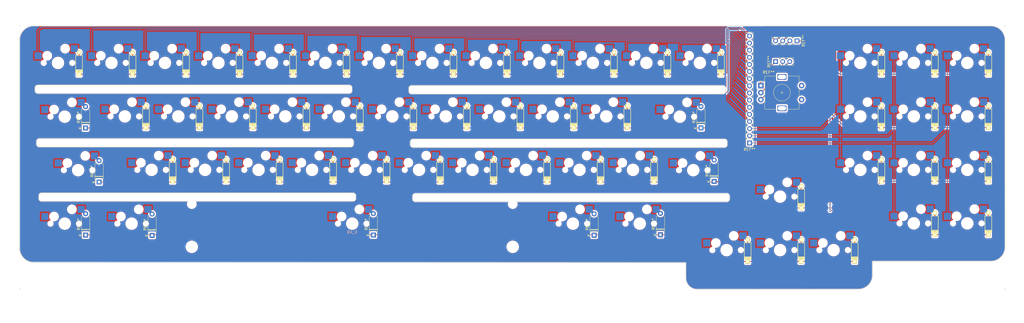
<source format=kicad_pcb>
(kicad_pcb (version 20221018) (generator pcbnew)
  (layers (0 "F.Cu" signal) (31 "B.Cu" signal) (34 "B.Paste" user) (35 "F.Paste" user) (36 "B.SilkS" user "B.Silkscreen") (37 "F.SilkS" user "F.Silkscreen") (38 "B.Mask" user) (39 "F.Mask" user) (44 "Edge.Cuts" user))
  (net 0 "")
  (footprint "MX_Alps_Hybrid-master:hotswap with diode" (layer "F.Cu") (at 436.9725 217.66)
    (fp_text reference "K_52")
    (fp_text value "KEYSW")
  )
  (footprint "MX_Alps_Hybrid-master:MXOnly-1.75U-Hotswap" (layer "F.Cu") (at 353.778 179.28)
    (fp_text reference "K_27")
    (fp_text value "KEYSW")
  )
  (footprint "MX_Alps_Hybrid-master:hotswap with diode" (layer "F.Cu") (at 456.0225 217.66)
    (fp_text reference "K_53")
    (fp_text value "KEYSW")
  )
  (footprint "MX_Alps_Hybrid-master:hotswap with diode" (layer "F.Cu") (at 341.7225 160.51)
    (fp_text reference "K_11")
    (fp_text value "KEYSW")
  )
  (footprint "MX_Alps_Hybrid-master:MXOnly-1.25U-Hotswap" (layer "F.Cu") (at 358.5405 198.33)
    (fp_text reference "K_42")
    (fp_text value "KEYSW")
  )
  (footprint "MX_Alps_Hybrid-master:hotswap with diode" (layer "F.Cu") (at 270.285 179.56)
    (fp_text reference "K_23")
    (fp_text value "KEYSW")
  )
  (footprint "MX_Alps_Hybrid-master:hotswap with diode" (layer "F.Cu") (at 327.435 179.56)
    (fp_text reference "K_26")
    (fp_text value "KEYSW")
  )
  (footprint "Rotary_Encoder:RotaryEncoder_Alps_EC11E-Switch_Vertical_H20mm" (layer "F.Cu") (at 382.62 168.21)
    (fp_text reference "REF**")
    (fp_text value "RotaryEncoder_Alps_EC11E-Switch_Vertical_H20mm")
  )
  (footprint "MX_Alps_Hybrid-master:hotswap with diode" (layer "F.Cu") (at 436.9725 179.56)
    (fp_text reference "K_29")
    (fp_text value "KEYSW")
  )
  (footprint "MX_Alps_Hybrid-master:hotswap with diode" (layer "F.Cu") (at 165.51 198.61)
    (fp_text reference "K_32")
    (fp_text value "KEYSW")
  )
  (footprint "Diode_THT:D_A-405_P7.62mm_Horizontal" (layer "F.Cu") (at 142.14 221.45 90)
    (fp_text reference "REF**")
    (fp_text value "D_A-405_P7.62mm_Horizontal")
  )
  (footprint "MX_Alps_Hybrid-master:hotswap with diode" (layer "F.Cu") (at 436.9725 160.51)
    (fp_text reference "K_14")
    (fp_text value "KEYSW")
  )
  (footprint "MX_Alps_Hybrid-master:hotswap with diode" (layer "F.Cu") (at 317.91 198.61)
    (fp_text reference "K_40")
    (fp_text value "KEYSW")
  )
  (footprint "MX_Alps_Hybrid-master:hotswap with diode" (layer "F.Cu") (at 417.9225 160.51)
    (fp_text reference "K_13")
    (fp_text value "KEYSW")
  )
  (footprint "MX_Alps_Hybrid-master:hotswap with diode" (layer "F.Cu") (at 241.71 198.61)
    (fp_text reference "K_36")
    (fp_text value "KEYSW")
  )
  (footprint "MX_Alps_Hybrid-master:hotswap with diode" (layer "F.Cu") (at 251.235 179.56)
    (fp_text reference "K_22")
    (fp_text value "KEYSW")
  )
  (footprint "MX_Alps_Hybrid-master:hotswap with diode" (layer "F.Cu") (at 456.0225 160.51)
    (fp_text reference "K_15")
    (fp_text value "KEYSW")
  )
  (footprint "MX_Alps_Hybrid-master:hotswap with diode" (layer "F.Cu") (at 322.6725 160.51)
    (fp_text reference "K_10")
    (fp_text value "KEYSW")
  )
  (footprint "MX_Alps_Hybrid-master:hotswap with diode" (layer "F.Cu") (at 184.56 198.61)
    (fp_text reference "K_33")
    (fp_text value "KEYSW")
  )
  (footprint "MX_Alps_Hybrid-master:hotswap with diode" (layer "F.Cu") (at 436.9725 198.61)
    (fp_text reference "K_44")
    (fp_text value "KEYSW")
  )
  (footprint "MX_Alps_Hybrid-master:hotswap with diode" (layer "F.Cu") (at 260.76 198.61)
    (fp_text reference "K_37")
    (fp_text value "KEYSW")
  )
  (footprint "MX_Alps_Hybrid-master:hotswap with diode" (layer "F.Cu") (at 208.3725 160.51)
    (fp_text reference "K_4")
    (fp_text value "KEYSW")
  )
  (footprint "MX_Alps_Hybrid-master:hotswap with diode" (layer "F.Cu") (at 336.96 198.61)
    (fp_text reference "K_41")
    (fp_text value "KEYSW")
  )
  (footprint "Diode_THT:D_A-405_P7.62mm_Horizontal" (layer "F.Cu") (at 142.12 183.32 90)
    (fp_text reference "REF**")
    (fp_text value "D_A-405_P7.62mm_Horizontal")
  )
  (footprint "MX_Alps_Hybrid-master:MXOnly-1.25U-Hotswap" (layer "F.Cu") (at 339.4905 217.38)
    (fp_text reference "K_51")
    (fp_text value "KEYSW")
  )
  (footprint "MX_Only:MXOnly-7U-Hotswap" (layer "F.Cu") (at 237.09675 217.38)
    (fp_text reference "K_49")
    (fp_text value "KEYSW")
  )
  (footprint "MX_Alps_Hybrid-master:hotswap with diode" (layer "F.Cu") (at 303.6225 160.51)
    (fp_text reference "K_9")
    (fp_text value "KEYSW")
  )
  (footprint "Connector_PinHeader_2.54mm:PinHeader_1x16_P2.54mm_Vertical" (layer "F.Cu") (at 378.59 188.64 180)
    (fp_text reference "REF**")
    (fp_text value "PinHeader_1x16_P2.54mm_Vertical")
  )
  (footprint "MX_Alps_Hybrid-master:MXOnly-1.25U-Hotswap" (layer "F.Cu") (at 134.703 179.28)
    (fp_text reference "K_16")
    (fp_text value "KEYSW")
  )
  (footprint "MX_Alps_Hybrid-master:hotswap with diode" (layer "F.Cu") (at 298.86 198.61)
    (fp_text reference "K_39")
    (fp_text value "KEYSW")
  )
  (footprint "Diode_THT:D_A-405_P7.62mm_Horizontal" (layer "F.Cu") (at 323.23 221.5 90)
    (fp_text reference "REF**")
    (fp_text value "D_A-405_P7.62mm_Horizontal")
  )
  (footprint "MX_Alps_Hybrid-master:hotswap with diode" (layer "F.Cu") (at 389.3475 227.185)
    (fp_text reference "K_55")
    (fp_text value "KEYSW")
  )
  (footprint "MX_Alps_Hybrid-master:hotswap with diode" (layer "F.Cu") (at 232.185 179.56)
    (fp_text reference "K_21")
    (fp_text value "KEYSW")
  )
  (footprint "MX_Alps_Hybrid-master:hotswap with diode" (layer "F.Cu") (at 227.4225 160.51)
    (fp_text reference "K_5")
    (fp_text value "KEYSW")
  )
  (footprint "MX_Alps_Hybrid-master:hotswap with diode" (layer "F.Cu") (at 408.3975 227.185)
    (fp_text reference "K_56")
    (fp_text value "KEYSW")
  )
  (footprint "MX_Alps_Hybrid-master:hotswap with diode" (layer "F.Cu") (at 132.1725 160.51)
    (fp_text reference "K_0")
    (fp_text value "KEYSW")
  )
  (footprint "Connector_PinHeader_2.54mm:PinHeader_1x04_P2.54mm_Vertical" (layer "F.Cu") (at 395.49 152.28 -90)
    (fp_text reference "REF**")
    (fp_text value "PinHeader_1x04_P2.54mm_Vertical")
  )
  (footprint "MX_Alps_Hybrid-master:hotswap with diode" (layer "F.Cu") (at 155.985 179.56)
    (fp_text reference "K_17")
    (fp_text value "KEYSW")
  )
  (footprint "MX_Alps_Hybrid-master:hotswap with diode" (layer "F.Cu") (at 289.335 179.56)
    (fp_text reference "K_24")
    (fp_text value "KEYSW")
  )
  (footprint "MX_Alps_Hybrid-master:hotswap with diode" (layer "F.Cu") (at 456.0225 179.56)
    (fp_text reference "K_30")
    (fp_text value "KEYSW")
  )
  (footprint "Diode_THT:D_A-405_P7.62mm_Horizontal" (layer "F.Cu") (at 346.85 221.34 90)
    (fp_text reference "REF**")
    (fp_text value "D_A-405_P7.62mm_Horizontal")
  )
  (footprint "MX_Alps_Hybrid-master:hotswap with diode" (layer "F.Cu") (at 279.81 198.61)
    (fp_text reference "K_38")
    (fp_text value "KEYSW")
  )
  (footprint "Diode_THT:D_A-405_P7.62mm_Horizontal" (layer "F.Cu") (at 146.93 202.55 90)
    (fp_text reference "REF**")
    (fp_text value "D_A-405_P7.62mm_Horizontal")
  )
  (footprint "MX_Alps_Hybrid-master:hotswap with diode" (layer "F.Cu") (at 175.035 179.56)
    (fp_text reference "K_18")
    (fp_text value "KEYSW")
  )
  (footprint "MX_Alps_Hybrid-master:hotswap with diode" (layer "F.Cu") (at 213.135 179.56)
    (fp_text reference "K_20")
    (fp_text value "KEYSW")
  )
  (footprint "MX_Alps_Hybrid-master:hotswap with diode" (layer "F.Cu") (at 151.2225 160.51)
    (fp_text reference "K_1")
    (fp_text value "KEYSW")
  )
  (footprint "MX_Alps_Hybrid-master:hotswap with diode" (layer "F.Cu") (at 308.385 179.56)
    (fp_text reference "K_25")
    (fp_text value "KEYSW")
  )
  (footprint "MX_Alps_Hybrid-master:hotswap with diode" (layer "F.Cu") (at 417.9225 179.56)
    (fp_text reference "K_28")
    (fp_text value "KEYSW")
  )
  (footprint "MX_Alps_Hybrid-master:hotswap with diode" (layer "F.Cu") (at 189.3225 160.51)
    (fp_text reference "K_3")
    (fp_text value "KEYSW")
  )
  (footprint "MX_Alps_Hybrid-master:hotswap with diode" (layer "F.Cu") (at 360.7725 160.51)
    (fp_text reference "K_12")
    (fp_text value "KEYSW")
  )
  (footprint "MX_Alps_Hybrid-master:MXOnly-1.25U-Hotswap" (layer "F.Cu") (at 134.703 217.38)
    (fp_text reference "K_47")
    (fp_text value "KEYSW")
  )
  (footprint "Diode_THT:D_A-405_P7.62mm_Horizontal" (layer "F.Cu") (at 361.29 183.3 90)
    (fp_text reference "REF**")
    (fp_text value "D_A-405_P7.62mm_Horizontal")
  )
  (footprint "MX_Alps_Hybrid-master:hotswap with diode" (layer "F.Cu") (at 417.9225 198.61)
    (fp_text reference "K_43")
    (fp_text value "KEYSW")
  )
  (footprint "MX_Alps_Hybrid-master:hotswap with diode" (layer "F.Cu") (at 456.0225 198.61)
    (fp_text reference "K_45")
    (fp_text value "KEYSW")
  )
  (footprint "MX_Alps_Hybrid-master:hotswap with diode" (layer "F.Cu") (at 203.61 198.61)
    (fp_text reference "K_34")
    (fp_text value "KEYSW")
  )
  (footprint "MX_Alps_Hybrid-master:MXOnly-1.25U-Hotswap" (layer "F.Cu") (at 315.678 217.38)
    (fp_text reference "K_50")
    (fp_text value "KEYSW")
  )
  (footprint "MX_Alps_Hybrid-master:hotswap with diode" (layer "F.Cu") (at 194.085 179.56)
    (fp_text reference "K_19")
    (fp_text value "KEYSW")
  )
  (footprint "Connector_PinHeader_2.54mm:PinHeader_1x03_P2.54mm_Vertical" (layer "F.Cu") (at 387.86 159.66 90)
    (fp_text reference "REF**")
    (fp_text value "PinHeader_1x03_P2.54mm_Vertical")
  )
  (footprint "Diode_THT:D_A-405_P7.62mm_Horizontal" (layer "F.Cu") (at 165.8 221.57 90)
    (fp_text reference "REF**")
    (fp_text value "D_A-405_P7.62mm_Horizontal")
  )
  (footprint "MX_Alps_Hybrid-master:hotswap with diode" (layer "F.Cu") (at 370.2975 227.185)
    (fp_text reference "K_54")
    (fp_text value "KEYSW")
  )
  (footprint "MX_Alps_Hybrid-master:hotswap with diode" (layer "F.Cu") (at 222.66 198.61)
    (fp_text reference "K_35")
    (fp_text value "KEYSW")
  )
  (footprint "Diode_THT:D_A-405_P7.62mm_Horizontal" (layer "F.Cu") (at 365.98 202.35 90)
    (fp_text reference "REF**")
    (fp_text value "D_A-405_P7.62mm_Horizontal")
  )
  (footprint "MX_Alps_Hybrid-master:MXOnly-1.25U-Hotswap" (layer "F.Cu") (at 158.5155 217.38)
    (fp_text reference "K_48")
    (fp_text value "KEYSW")
  )
  (footprint "MX_Alps_Hybrid-master:hotswap with diode" (layer "F.Cu") (at 265.5225 160.51)
    (fp_text reference "K_7")
    (fp_text value "KEYSW")
  )
  (footprint "MX_Alps_Hybrid-master:hotswap with diode" (layer "F.Cu") (at 389.3475 208.135)
    (fp_text reference "K_46")
    (fp_text value "KEYSW")
  )
  (footprint "MX_Alps_Hybrid-master:MXOnly-1.75U-Hotswap" (layer "F.Cu") (at 139.4655 198.33)
    (fp_text reference "K_31")
    (fp_text value "KEYSW")
  )
  (footprint "MX_Alps_Hybrid-master:hotswap with diode" (layer "F.Cu") (at 246.4725 160.51)
    (fp_text reference "K_6")
    (fp_text value "KEYSW")
  )
  (footprint "MX_Alps_Hybrid-master:hotswap with diode" (layer "F.Cu") (at 170.2725 160.51)
    (fp_text reference "K_2")
    (fp_text value "KEYSW")
  )
  (footprint "MX_Alps_Hybrid-master:hotswap with diode" (layer "F.Cu") (at 284.5725 160.51)
    (fp_text reference "K_8")
    (fp_text value "KEYSW")
  )
  (footprint "Diode_THT:D_A-405_P7.62mm_Horizontal" (layer "F.Cu") (at 244.61 221.43 90)
    (fp_text reference "REF**")
    (fp_text value "D_A-405_P7.62mm_Horizontal")
  )
  (gr_line (start 123.647323 231.122527) (end 350.942529 231.237473) (stroke (width 0.2)) (layer "Edge.Cuts"))
  (gr_arc (start 258.21 171.21) (mid 257.502893 170.917107) (end 257.21 170.21) (stroke (width 0.2)) (layer "Edge.Cuts"))
  (gr_line (start 259.55 206.58) (end 370.5 206.58) (stroke (width 0.2)) (layer "Edge.Cuts"))
  (gr_line (start 236.04 171.04) (end 125.09 171.04) (stroke (width 0.2)) (layer "Edge.Cuts"))
  (gr_arc (start 370.69 189.27) (mid 370.397107 189.977107) (end 369.69 190.27) (stroke (width 0.2)) (layer "Edge.Cuts"))
  (gr_line (start 118.649852 226.122677) (end 118.647649 151.985149) (stroke (width 0.2)) (layer "Edge.Cuts"))
  (gr_line (start 369.69 190.27) (end 258.74 190.27) (stroke (width 0.2)) (layer "Edge.Cuts"))
  (gr_arc (start 370.5 206.58) (mid 371.207107 206.872893) (end 371.5 207.58) (stroke (width 0.2)) (layer "Edge.Cuts"))
  (gr_line (start 236.57 190.1) (end 125.62 190.1) (stroke (width 0.2)) (layer "Edge.Cuts"))
  (gr_line (start 257.74 189.27) (end 257.74 188.23) (stroke (width 0.2)) (layer "Edge.Cuts"))
  (gr_arc (start 237.57 189.1) (mid 237.277107 189.807107) (end 236.57 190.1) (stroke (width 0.2)) (layer "Edge.Cuts"))
  (gr_line (start 370.69 188.23) (end 370.69 189.27) (stroke (width 0.2)) (layer "Edge.Cuts"))
  (gr_line (start 355.94 236.237472) (end 355.94 236.72759) (stroke (width 0.2)) (layer "Edge.Cuts"))
  (gr_arc (start 236.04 168) (mid 236.747107 168.292893) (end 237.04 169) (stroke (width 0.2)) (layer "Edge.Cuts"))
  (gr_line (start 258.55 208.62) (end 258.55 207.58) (stroke (width 0.2)) (layer "Edge.Cuts"))
  (gr_arc (start 118.6475 146.985) (mid 118.6475 146.985) (end 118.6475 146.985) (stroke (width 0.2)) (layer "Edge.Cuts"))
  (gr_line (start 422.34 230.74) (end 464.561372 230.722117) (stroke (width 0.2)) (layer "Edge.Cuts"))
  (gr_arc (start 464.548246 146.985) (mid 468.083486 148.449219) (end 469.548246 151.984254) (stroke (width 0.2)) (layer "Edge.Cuts"))
  (gr_line (start 237.04 169) (end 237.04 170.04) (stroke (width 0.2)) (layer "Edge.Cuts"))
  (gr_arc (start 258.74 190.27) (mid 258.032893 189.977107) (end 257.74 189.27) (stroke (width 0.2)) (layer "Edge.Cuts"))
  (gr_line (start 125.09 168) (end 236.04 168) (stroke (width 0.2)) (layer "Edge.Cuts"))
  (gr_arc (start 124.62 188.06) (mid 124.912893 187.352893) (end 125.62 187.06) (stroke (width 0.2)) (layer "Edge.Cuts"))
  (gr_line (start 238.38 207.41) (end 238.38 208.45) (stroke (width 0.2)) (layer "Edge.Cuts"))
  (gr_arc (start 371.5 208.62) (mid 371.207107 209.327107) (end 370.5 209.62) (stroke (width 0.2)) (layer "Edge.Cuts"))
  (gr_arc (start 257.74 188.23) (mid 258.032893 187.522893) (end 258.74 187.23) (stroke (width 0.2)) (layer "Edge.Cuts"))
  (gr_line (start 469.559254 225.721372) (end 469.548246 151.984254) (stroke (width 0.2)) (layer "Edge.Cuts"))
  (gr_line (start 355.94 236.237472) (end 355.94 231.24) (stroke (width 0.2)) (layer "Edge.Cuts"))
  (gr_line (start 258.74 187.23) (end 369.69 187.23) (stroke (width 0.2)) (layer "Edge.Cuts"))
  (gr_arc (start 369.16 168.17) (mid 369.867107 168.462893) (end 370.16 169.17) (stroke (width 0.2)) (layer "Edge.Cuts"))
  (gr_arc (start 259.55 209.62) (mid 258.842893 209.327107) (end 258.55 208.62) (stroke (width 0.2)) (layer "Edge.Cuts"))
  (gr_arc (start 258.55 207.58) (mid 258.842893 206.872893) (end 259.55 206.58) (stroke (width 0.2)) (layer "Edge.Cuts"))
  (gr_line (start 237.57 188.06) (end 237.57 189.1) (stroke (width 0.2)) (layer "Edge.Cuts"))
  (gr_line (start 350.942529 231.237473) (end 355.94 231.24) (stroke (width 0.2)) (layer "Edge.Cuts"))
  (gr_arc (start 237.38 206.41) (mid 238.087107 206.702893) (end 238.38 207.41) (stroke (width 0.2)) (layer "Edge.Cuts"))
  (gr_line (start 124.09 170.04) (end 124.09 169) (stroke (width 0.2)) (layer "Edge.Cuts"))
  (gr_arc (start 469.5475 146.985) (mid 469.5475 146.985) (end 469.5475 146.985) (stroke (width 0.2)) (layer "Edge.Cuts"))
  (gr_line (start 369.16 171.21) (end 258.21 171.21) (stroke (width 0.2)) (layer "Edge.Cuts"))
  (gr_arc (start 369.69 187.23) (mid 370.397107 187.522893) (end 370.69 188.23) (stroke (width 0.2)) (layer "Edge.Cuts"))
  (gr_arc (start 236.57 187.06) (mid 237.277107 187.352893) (end 237.57 188.06) (stroke (width 0.2)) (layer "Edge.Cuts"))
  (gr_arc (start 257.21 169.17) (mid 257.502893 168.462893) (end 258.21 168.17) (stroke (width 0.2)) (layer "Edge.Cuts"))
  (gr_arc (start 238.38 208.45) (mid 238.087107 209.157107) (end 237.38 209.45) (stroke (width 0.2)) (layer "Edge.Cuts"))
  (gr_arc (start 126.43 209.45) (mid 125.722893 209.157107) (end 125.43 208.45) (stroke (width 0.2)) (layer "Edge.Cuts"))
  (gr_line (start 359.94241 240.727589) (end 417.343012 240.69301) (stroke (width 0.2)) (layer "Edge.Cuts"))
  (gr_arc (start 125.43 207.41) (mid 125.722893 206.702893) (end 126.43 206.41) (stroke (width 0.2)) (layer "Edge.Cuts"))
  (gr_line (start 371.5 207.58) (end 371.5 208.62) (stroke (width 0.2)) (layer "Edge.Cuts"))
  (gr_line (start 370.5 209.62) (end 259.55 209.62) (stroke (width 0.2)) (layer "Edge.Cuts"))
  (gr_arc (start 469.5475 240.71) (mid 469.5475 240.71) (end 469.5475 240.71) (stroke (width 0.2)) (layer "Edge.Cuts"))
  (gr_arc (start 118.6475 240.71) (mid 118.6475 240.71) (end 118.6475 240.71) (stroke (width 0.2)) (layer "Edge.Cuts"))
  (gr_line (start 126.43 206.41) (end 237.38 206.41) (stroke (width 0.2)) (layer "Edge.Cuts"))
  (gr_line (start 237.38 209.45) (end 126.43 209.45) (stroke (width 0.2)) (layer "Edge.Cuts"))
  (gr_arc (start 118.647649 151.985149) (mid 120.112062 148.449519) (end 123.647649 146.985) (stroke (width 0.2)) (layer "Edge.Cuts"))
  (gr_line (start 125.62 187.06) (end 236.57 187.06) (stroke (width 0.2)) (layer "Edge.Cuts"))
  (gr_line (start 257.21 170.21) (end 257.21 169.17) (stroke (width 0.2)) (layer "Edge.Cuts"))
  (gr_line (start 370.16 169.17) (end 370.16 170.21) (stroke (width 0.2)) (layer "Edge.Cuts"))
  (gr_arc (start 359.94241 240.727589) (mid 357.112429 239.556868) (end 355.94 236.72759) (stroke (width 0.2)) (layer "Edge.Cuts"))
  (gr_arc (start 124.09 169) (mid 124.382893 168.292893) (end 125.09 168) (stroke (width 0.2)) (layer "Edge.Cuts"))
  (gr_line (start 123.647649 146.985) (end 464.548246 146.985) (stroke (width 0.2)) (layer "Edge.Cuts"))
  (gr_arc (start 469.559254 225.721372) (mid 468.0958 229.256639) (end 464.561372 230.722117) (stroke (width 0.2)) (layer "Edge.Cuts"))
  (gr_line (start 422.34 235.693011) (end 422.34 230.74) (stroke (width 0.2)) (layer "Edge.Cuts"))
  (gr_arc (start 237.04 170.04) (mid 236.747107 170.747107) (end 236.04 171.04) (stroke (width 0.2)) (layer "Edge.Cuts"))
  (gr_arc (start 422.34 235.693011) (mid 420.876599 239.22748) (end 417.343012 240.69301) (stroke (width 0.2)) (layer "Edge.Cuts"))
  (gr_arc (start 125.62 190.1) (mid 124.912893 189.807107) (end 124.62 189.1) (stroke (width 0.2)) (layer "Edge.Cuts"))
  (gr_line (start 124.62 189.1) (end 124.62 188.06) (stroke (width 0.2)) (layer "Edge.Cuts"))
  (gr_line (start 125.43 208.45) (end 125.43 207.41) (stroke (width 0.2)) (layer "Edge.Cuts"))
  (gr_arc (start 123.647323 231.122527) (mid 120.113498 229.657205) (end 118.649852 226.122677) (stroke (width 0.2)) (layer "Edge.Cuts"))
  (gr_arc (start 370.16 170.21) (mid 369.867107 170.917107) (end 369.16 171.21) (stroke (width 0.2)) (layer "Edge.Cuts"))
  (gr_arc (start 125.09 171.04) (mid 124.382893 170.747107) (end 124.09 170.04) (stroke (width 0.2)) (layer "Edge.Cuts"))
  (gr_line (start 258.21 168.17) (end 369.16 168.17) (stroke (width 0.2)) (layer "Edge.Cuts"))
  (segment (start 415.71 212.76) (end 417.96125 215.01125) (width 0.25) (layer "F.Cu") (net 0))
  (segment (start 353.04 221.34) (end 346.85 221.34) (width 0.25) (layer "F.Cu") (net 0))
  (segment (start 390.92 149.23) (end 387.87 152.28) (width 0.25) (layer "F.Cu") (net 0))
  (segment (start 362.63 183.3) (end 363.5 182.43) (width 0.2) (layer "F.Cu") (net 0))
  (segment (start 407.26 212.76) (end 415.71 212.76) (width 0.25) (layer "F.Cu") (net 0))
  (segment (start 390.4 161.1) (end 389.55 161.95) (width 0.25) (layer "F.Cu") (net 0))
  (segment (start 407.79 150.15) (end 392.54 150.15) (width 0.25) (layer "F.Cu") (net 0))
  (segment (start 361.29 183.3) (end 142.14 183.3) (width 0.2) (layer "F.Cu") (net 0))
  (segment (start 425.5425 183.21) (end 463.6425 183.21) (width 0.25) (layer "F.Cu") (net 0))
  (segment (start 396.9675 211.785) (end 416.0175 211.785) (width 0.2) (layer "F.Cu") (net 0))
  (segment (start 371.1 147.69) (end 383.28 147.69) (width 0.25) (layer "F.Cu") (net 0))
  (segment (start 371.44 148.15) (end 382.72 148.15) (width 0.2) (layer "F.Cu") (net 0))
  (segment (start 382.62 164.9) (end 387.86 159.66) (width 0.25) (layer "F.Cu") (net 0))
  (segment (start 425.5425 221.31) (end 444.5925 221.31) (width 0.25) (layer "F.Cu") (net 0))
  (segment (start 388.64 154.55) (end 390.68 154.55) (width 0.25) (layer "F.Cu") (net 0))
  (segment (start 407.24 210.63) (end 407.25 210.64) (width 0.25) (layer "F.Cu") (net 0))
  (segment (start 388.64 154.55) (end 380.59 162.6) (width 0.25) (layer "F.Cu") (net 0))
  (segment (start 382.62 173.21) (end 384.82 171.01) (width 0.25) (layer "F.Cu") (net 0))
  (segment (start 410.76 164.16) (end 409.32 162.72) (width 0.25) (layer "F.Cu") (net 0))
  (segment (start 384.29 164.29) (end 384.29 169.04) (width 0.25) (layer "F.Cu") (net 0))
  (segment (start 363.5 182.43) (end 363.5 173.37) (width 0.2) (layer "F.Cu") (net 0))
  (segment (start 416.0175 211.785) (end 425.5425 202.26) (width 0.2) (layer "F.Cu") (net 0))
  (segment (start 384.29 169.04) (end 382.62 170.71) (width 0.25) (layer "F.Cu") (net 0))
  (segment (start 365.46 171.41) (end 369.660723 171.41) (width 0.2) (layer "F.Cu") (net 0))
  (segment (start 376.515 211.785) (end 396.9675 211.785) (width 0.2) (layer "F.Cu") (net 0))
  (segment (start 377.9175 230.835) (end 362.535 230.835) (width 0.25) (layer "F.Cu") (net 0))
  (segment (start 444.5925 221.31) (end 463.6425 221.31) (width 0.25) (layer "F.Cu") (net 0))
  (segment (start 388.73 153.96) (end 390.41 152.28) (width 0.2) (layer "F.Cu") (net 0))
  (segment (start 368.3925 164.16) (end 370 164.16) (width 0.25) (layer "F.Cu") (net 0))
  (segment (start 139.7925 164.16) (end 368.3925 164.16) (width 0.25) (layer "F.Cu") (net 0))
  (segment (start 425.5425 164.16) (end 410.76 164.16) (width 0.25) (layer "F.Cu") (net 0))
  (segment (start 389.55 161.95) (end 386.63 161.95) (width 0.25) (layer "F.Cu") (net 0))
  (segment (start 383.28 147.69) (end 387.87 152.28) (width 0.25) (layer "F.Cu") (net 0))
  (segment (start 408.21 178.69) (end 408.21 150.57) (width 0.25) (layer "F.Cu") (net 0))
  (segment (start 406.79 152.28) (end 407.24 152.73) (width 0.25) (layer "F.Cu") (net 0))
  (segment (start 377.9175 230.835) (end 416.0175 230.835) (width 0.25) (layer "F.Cu") (net 0))
  (segment (start 385.65 153.43) (end 386.18 153.96) (width 0.2) (layer "F.Cu") (net 0))
  (segment (start 385.65 151.08) (end 385.65 153.43) (width 0.2) (layer "F.Cu") (net 0))
  (segment (start 384.82 171.01) (end 384.82 164.43) (width 0.25) (layer "F.Cu") (net 0))
  (segment (start 407.24 152.73) (end 407.24 210.63) (width 0.25) (layer "F.Cu") (net 0))
  (segment (start 408.64 149.23) (end 390.92 149.23) (width 0.25) (layer "F.Cu") (net 0))
  (segment (start 370 164.16) (end 370.5 163.66) (width 0.25) (layer "F.Cu") (net 0))
  (segment (start 425.5425 183.21) (end 412.73 183.21) (width 0.25) (layer "F.Cu") (net 0))
  (segment (start 370.5 163.66) (end 370.5 148.29) (width 0.25) (layer "F.Cu") (net 0))
  (segment (start 417.96125 228.89125) (end 425.5425 221.31) (width 0.25) (layer "F.Cu") (net 0))
  (segment (start 384.82 164.43) (end 386.67 162.58) (width 0.25) (layer "F.Cu") (net 0))
  (segment (start 395.49 152.28) (end 406.79 152.28) (width 0.25) (layer "F.Cu") (net 0))
  (segment (start 374.19 202.35) (end 380.59 195.95) (width 0.2) (layer "F.Cu") (net 0))
  (segment (start 369.660723 171.41) (end 370.99 170.080723) (width 0.2) (layer "F.Cu") (net 0))
  (segment (start 392.54 150.15) (end 390.41 152.28) (width 0.25) (layer "F.Cu") (net 0))
  (segment (start 362.535 230.835) (end 353.04 221.34) (width 0.25) (layer "F.Cu") (net 0))
  (segment (start 409.32 149.91) (end 408.64 149.23) (width 0.25) (layer "F.Cu") (net 0))
  (segment (start 386.18 153.96) (end 388.73 153.96) (width 0.2) (layer "F.Cu") (net 0))
  (segment (start 370.99 148.6) (end 371.44 148.15) (width 0.2) (layer "F.Cu") (net 0))
  (segment (start 463.6425 202.26) (end 425.5425 202.26) (width 0.25) (layer "F.Cu") (net 0))
  (segment (start 367.08 202.35) (end 376.515 211.785) (width 0.2) (layer "F.Cu") (net 0))
  (segment (start 408.21 150.57) (end 407.79 150.15) (width 0.25) (layer "F.Cu") (net 0))
  (segment (start 346.85 221.34) (end 142.25 221.34) (width 0.2) (layer "F.Cu") (net 0))
  (segment (start 365.98 202.35) (end 367.08 202.35) (width 0.2) (layer "F.Cu") (net 0))
  (segment (start 386.63 161.95) (end 384.29 164.29) (width 0.25) (layer "F.Cu") (net 0))
  (segment (start 363.5 173.37) (end 365.46 171.41) (width 0.2) (layer "F.Cu") (net 0))
  (segment (start 409.32 162.72) (end 409.32 149.91) (width 0.25) (layer "F.Cu") (net 0))
  (segment (start 390.68 154.55) (end 392.95 152.28) (width 0.25) (layer "F.Cu") (net 0))
  (segment (start 382.72 148.15) (end 385.65 151.08) (width 0.2) (layer "F.Cu") (net 0))
  (segment (start 370.99 170.080723) (end 370.99 148.6) (width 0.2) (layer "F.Cu") (net 0))
  (segment (start 146.93 202.55) (end 365.78 202.55) (width 0.2) (layer "F.Cu") (net 0))
  (segment (start 417.96125 215.01125) (end 417.96125 228.89125) (width 0.25) (layer "F.Cu") (net 0))
  (segment (start 370.5 148.29) (end 371.1 147.69) (width 0.25) (layer "F.Cu") (net 0))
  (segment (start 142.14 183.3) (end 142.12 183.32) (width 0.2) (layer "F.Cu") (net 0))
  (segment (start 390.02 162.58) (end 392.94 159.66) (width 0.25) (layer "F.Cu") (net 0))
  (segment (start 416.0175 230.835) (end 417.96125 228.89125) (width 0.25) (layer "F.Cu") (net 0))
  (segment (start 380.59 162.6) (end 380.59 195.95) (width 0.25) (layer "F.Cu") (net 0))
  (segment (start 365.98 202.35) (end 374.19 202.35) (width 0.2) (layer "F.Cu") (net 0))
  (segment (start 361.29 183.3) (end 362.63 183.3) (width 0.2) (layer "F.Cu") (net 0))
  (segment (start 412.73 183.21) (end 408.21 178.69) (width 0.25) (layer "F.Cu") (net 0))
  (segment (start 463.6425 164.16) (end 425.5425 164.16) (width 0.25) (layer "F.Cu") (net 0))
  (segment (start 382.62 168.21) (end 382.62 164.9) (width 0.25) (layer "F.Cu") (net 0))
  (segment (start 390.4 159.66) (end 390.4 161.1) (width 0.25) (layer "F.Cu") (net 0))
  (segment (start 386.67 162.58) (end 390.02 162.58) (width 0.25) (layer "F.Cu") (net 0))
  (segment (start 365.78 202.55) (end 365.98 202.35) (width 0.2) (layer "F.Cu") (net 0))
  (segment (start 142.25 221.34) (end 142.14 221.45) (width 0.2) (layer "F.Cu") (net 0))
  (via (at 407.26 212.76) (size 0.8) (drill 0.4) (layers "F.Cu" "B.Cu") (net 0))
  (via (at 407.25 210.64) (size 0.8) (drill 0.4) (layers "F.Cu" "B.Cu") (net 0))
  (segment (start 371.94 150.25) (end 374.34 152.65) (width 0.25) (layer "B.Cu") (net 0))
  (segment (start 374.34 152.65) (end 374.34 161.53) (width 0.25) (layer "B.Cu") (net 0))
  (segment (start 373.26 153.26) (end 373.26 165.53) (width 0.25) (layer "B.Cu") (net 0))
  (segment (start 258.5575 157.59) (end 258.5575 151.0925) (width 0.25) (layer "B.Cu") (net 0))
  (segment (start 377.17 149.87) (end 377.17 152.91) (width 0.25) (layer "B.Cu") (net 0))
  (segment (start 407.25 210.64) (end 407.25 212.75) (width 0.25) (layer "B.Cu") (net 0))
  (segment (start 404.0375 183.56) (end 410.9575 176.64) (width 0.25) (layer "B.Cu") (net 0))
  (segment (start 372.3 149.78) (end 374.87 152.35) (width 0.25) (layer "B.Cu") (net 0))
  (segment (start 374.34 161.53) (end 378.59 165.78) (width 0.25) (layer "B.Cu") (net 0))
  (segment (start 377.34 153.08) (end 378.59 153.08) (width 0.25) (layer "B.Cu") (net 0))
  (segment (start 353.8075 157.59) (end 353.8075 153.3225) (width 0.25) (layer "B.Cu") (net 0))
  (segment (start 370.16 153.1) (end 370.88 153.82) (width 0.25) (layer "B.Cu") (net 0))
  (segment (start 372.9 149.32) (end 375.41 151.83) (width 0.25) (layer "B.Cu") (net 0))
  (segment (start 373.79 163.52) (end 378.59 168.32) (width 0.25) (layer "B.Cu") (net 0))
  (segment (start 144.2575 148.4825) (end 144.82 147.92) (width 0.25) (layer "B.Cu") (net 0))
  (segment (start 376.59 153.62) (end 378.59 155.62) (width 0.25) (layer "B.Cu") (net 0))
  (segment (start 373.64 148.86) (end 375.99 151.21) (width 0.25) (layer "B.Cu") (net 0))
  (segment (start 375.49 147.44) (end 378.59 150.54) (width 0.25) (layer "B.Cu") (net 0))
  (segment (start 427.46 186.1) (end 378.59 186.1) (width 0.25) (layer "B.Cu") (net 0))
  (segment (start 201.4075 157.59) (end 201.4075 149.6925) (width 0.25) (layer "B.Cu") (net 0))
  (segment (start 427.61 186.25) (end 427.46 186.1) (width 0.25) (layer "B.Cu") (net 0))
  (segment (start 373.79 152.88) (end 373.79 163.52) (width 0.25) (layer "B.Cu") (net 0))
  (segment (start 163.87 148.39) (end 374.4 148.39) (width 0.25) (layer "B.Cu") (net 0))
  (segment (start 334.88 152.63) (end 370.4 152.63) (width 0.25) (layer "B.Cu") (net 0))
  (segment (start 373.26 165.53) (end 378.59 170.86) (width 0.25) (layer "B.Cu") (net 0))
  (segment (start 182.84 148.86) (end 373.64 148.86) (width 0.25) (layer "B.Cu") (net 0))
  (segment (start 443.85 188.64) (end 378.59 188.64) (width 0.25) (layer "B.Cu") (net 0))
  (segment (start 375.41 151.83) (end 375.41 157.52) (width 0.25) (layer "B.Cu") (net 0))
  (segment (start 370.4 152.63) (end 371.36 153.59) (width 0.25) (layer "B.Cu") (net 0))
  (segment (start 126.39 147.44) (end 375.49 147.44) (width 0.25) (layer "B.Cu") (net 0))
  (segment (start 372.7 153.56) (end 372.7 167.51) (width 0.25) (layer "B.Cu") (net 0))
  (segment (start 201.78 149.32) (end 372.9 149.32) (width 0.25) (layer "B.Cu") (net 0))
  (segment (start 449.0575 183.4325) (end 443.85 188.64) (width 0.25) (layer "B.Cu") (net 0))
  (segment (start 182.3575 157.59) (end 182.3575 149.3425) (width 0.25) (layer "B.Cu") (net 0))
  (segment (start 220.4575 157.59) (end 220.4575 149.9925) (width 0.25) (layer "B.Cu") (net 0))
  (segment (start 371.36 171.25) (end 378.59 178.48) (width 0.25) (layer "B.Cu") (net 0))
  (segment (start 258.5575 151.0925) (end 258.9 150.75) (width 0.25) (layer "B.Cu") (net 0))
  (segment (start 374.87 152.35) (end 374.87 159.52) (width 0.25) (layer "B.Cu") (net 0))
  (segment (start 410.9575 157.59) (end 410.9575 195.69) (width 0.25) (layer "B.Cu") (net 0))
  (segment (start 430.0075 176.64) (end 430.0075 183.8525) (width 0.25) (layer "B.Cu") (net 0))
  (segment (start 376.59 150.58) (end 376.59 153.62) (width 0.25) (layer "B.Cu") (net 0))
  (segment (start 163.3075 148.9525) (end 163.87 148.39) (width 0.25) (layer "B.Cu") (net 0))
  (segment (start 315.7075 152.3725) (end 315.92 152.16) (width 0.25) (layer "B.Cu") (net 0))
  (segment (start 334.7575 157.59) (end 334.7575 152.7525) (width 0.25) (layer "B.Cu") (net 0))
  (segment (start 372.16 153.69) (end 372.14 153.71) (width 0.25) (layer "B.Cu") (net 0))
  (segment (start 430.0075 157.59) (end 430.0075 214.74) (width 0.25) (layer "B.Cu") (net 0))
  (segment (start 315.7075 157.59) (end 315.7075 152.3725) (width 0.25) (layer "B.Cu") (net 0))
  (segment (start 375.99 151.21) (end 375.99 155.56) (width 0.25) (layer "B.Cu") (net 0))
  (segment (start 372.14 153.71) (end 372.14 169.49) (width 0.25) (layer "B.Cu") (net 0))
  (segment (start 239.5075 157.59) (end 239.5075 150.4625) (width 0.25) (layer "B.Cu") (net 0))
  (segment (start 370.84 151.7) (end 372.7 153.56) (width 0.25) (layer "B.Cu") (net 0))
  (segment (start 354.03 153.1) (end 370.16 153.1) (width 0.25) (layer "B.Cu") (net 0))
  (segment (start 371.36 153.59) (end 371.36 171.25) (width 0.25) (layer "B.Cu") (net 0))
  (segment (start 220.67 149.78) (end 372.3 149.78) (width 0.25) (layer "B.Cu") (net 0))
  (segment (start 296.6575 157.59) (end 296.6575 152.4025) (width 0.25) (layer "B.Cu") (net 0))
  (segment (start 297.36 151.7) (end 370.84 151.7) (width 0.25) (layer "B.Cu") (net 0))
  (segment (start 372.14 169.49) (end 378.59 175.94) (width 0.25) (layer "B.Cu") (net 0))
  (segment (start 375.22 147.92) (end 377.17 149.87) (width 0.25) (layer "B.Cu") (net 0))
  (segment (start 144.82 147.92) (end 375.22 147.92) (width 0.25) (layer "B.Cu") (net 0))
  (segment (start 353.8075 153.3225) (end 354.03 153.1) (width 0.25) (layer "B.Cu") (net 0))
  (segment (start 296.6575 152.4025) (end 297.36 151.7) (width 0.25) (layer "B.Cu") (net 0))
  (segment (start 371.21 151.21) (end 373.26 153.26) (width 0.25) (layer "B.Cu") (net 0))
  (segment (start 334.7575 152.7525) (end 334.88 152.63) (width 0.25) (layer "B.Cu") (net 0))
  (segment (start 258.9 150.75) (end 371.66 150.75) (width 0.25) (layer "B.Cu") (net 0))
  (segment (start 277.6075 151.4125) (end 277.81 151.21) (width 0.25) (layer "B.Cu") (net 0))
  (segment (start 125.2075 157.59) (end 125.2075 148.6225) (width 0.25) (layer "B.Cu") (net 0))
  (segment (start 371.66 150.75) (end 373.79 152.88) (width 0.25) (layer "B.Cu") (net 0))
  (segment (start 375.41 157.52) (end 378.59 160.7) (width 0.25) (layer "B.Cu") (net 0))
  (segment (start 182.3575 149.3425) (end 182.84 148.86) (width 0.25) (layer "B.Cu") (net 0))
  (segment (start 370.63 152.16) (end 372.16 153.69) (width 0.25) (layer "B.Cu") (net 0))
  (segment (start 372.7 167.51) (end 378.59 173.4) (width 0.25) (layer "B.Cu") (net 0))
  (segment (start 220.4575 149.9925) (end 220.67 149.78) (width 0.25) (layer "B.Cu") (net 0))
  (segment (start 430.0075 183.8525) (end 427.61 186.25) (width 0.25) (layer "B.Cu") (net 0))
  (segment (start 449.0575 176.64) (end 449.0575 183.4325) (width 0.25) (layer "B.Cu") (net 0))
  (segment (start 374.4 148.39) (end 376.59 150.58) (width 0.25) (layer "B.Cu") (net 0))
  (segment (start 375.99 155.56) (end 378.59 158.16) (width 0.25) (layer "B.Cu") (net 0))
  (segment (start 315.92 152.16) (end 370.63 152.16) (width 0.25) (layer "B.Cu") (net 0))
  (segment (start 277.6075 157.59) (end 277.6075 151.4125) (width 0.25) (layer "B.Cu") (net 0))
  (segment (start 163.3075 157.59) (end 163.3075 148.9525) (width 0.25) (layer "B.Cu") (net 0))
  (segment (start 370.88 173.31) (end 378.59 181.02) (width 0.25) (layer "B.Cu") (net 0))
  (segment (start 449.0575 157.59) (end 449.0575 214.74) (width 0.25) (layer "B.Cu") (net 0))
  (segment (start 374.87 159.52) (end 378.59 163.24) (width 0.25) (layer "B.Cu") (net 0))
  (segment (start 144.2575 157.59) (end 144.2575 148.4825) (width 0.25) (layer "B.Cu") (net 0))
  (segment (start 370.88 153.82) (end 370.88 173.31) (width 0.25) (layer "B.Cu") (net 0))
  (segment (start 239.72 150.25) (end 371.94 150.25) (width 0.25) (layer "B.Cu") (net 0))
  (segment (start 125.2075 148.6225) (end 126.39 147.44) (width 0.25) (layer "B.Cu") (net 0))
  (segment (start 377.17 152.91) (end 377.34 153.08) (width 0.25) (layer "B.Cu") (net 0))
  (segment (start 407.25 212.75) (end 407.26 212.76) (width 0.25) (layer "B.Cu") (net 0))
  (segment (start 239.5075 150.4625) (end 239.72 150.25) (width 0.25) (layer "B.Cu") (net 0))
  (segment (start 378.59 183.56) (end 404.0375 183.56) (width 0.25) (layer "B.Cu") (net 0))
  (segment (start 277.81 151.21) (end 371.21 151.21) (width 0.25) (layer "B.Cu") (net 0))
  (segment (start 201.4075 149.6925) (end 201.78 149.32) (width 0.25) (layer "B.Cu") (net 0))
  (zone (net 0) (net_name "") (layer "F.Cu") (priority 1) (connect_pads (clearance 0.508)) (min_thickness 0.25) (fill yes (thermal_gap 0.5) (thermal_bridge_width 0.5) (island_removal_mode 1) (island_area_min 10))
    (polygon (pts (xy 111.64 137.73) (xy 476.34 138.64) (xy 476.34 252.59) (xy 112.54 252.82)))
  )
  (zone (net 0) (net_name "") (layer "B.Cu") (connect_pads (clearance 0.508)) (min_thickness 0.25) (fill yes (thermal_gap 0.5) (thermal_bridge_width 0.5) (island_removal_mode 1) (island_area_min 10))
    (polygon (pts (xy 111.64 137.73) (xy 476.34 138.64) (xy 476.34 252.59) (xy 112.54 252.82)))
  )
)
</source>
